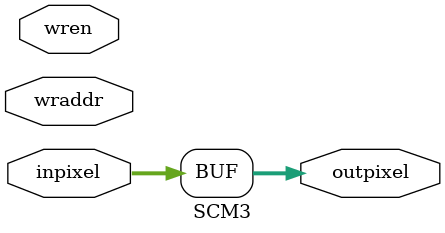
<source format=v>
`timescale 1ns / 1ps


module SCM3(input [5:0]wren, input[6:0]wraddr, input [11:0]inpixel, output reg [11:0] outpixel);
    
    always @*
    begin
        //if (wren[5:0] == 6'b000011)
            outpixel = inpixel;
    end
    
endmodule

</source>
